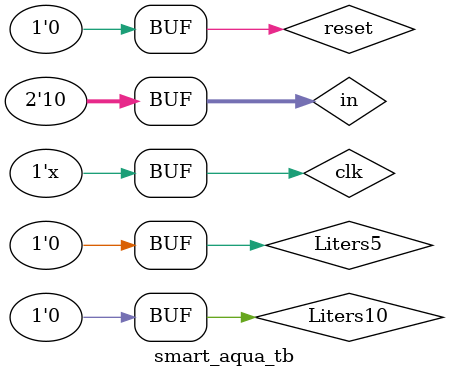
<source format=v>
`timescale 1ns / 1ps

module smart_aqua_tb();

    reg clk;
    reg reset;
    reg Liters5;
    reg Liters10;
    reg [1:0] in;
    wire out1;
    wire out2;
    wire [3:0] change;
    wire [2:0] Digit0;
    wire [2:0] Digit1;
    
    // Instantiate the smart_aqua module
    smart_aqua uut (
        .clk(clk),
        .reset(reset),
        .Liters5(Liters5),
        .Liters10(Liters10),
        .in(in),
        .out1(out1),
        .out2(out2),
        .change(change),
        .Digit0(Digit0),
        .Digit1(Digit1)
    );
    
    initial begin
        // Initialize signals
        clk = 0;
        reset = 1;
        Liters5 = 0;
        Liters10 = 0;
        in = 2'b00;
        
        // Apply reset
        #5 reset = 0;
        
        // Test 5 Liters with 15 Rs
        Liters5 = 1;
        #10 in = 2'b01; // 5 Rs
        #10 in = 2'b10; // 10 Rs
        #10 Liters5 = 0;
        
        // Test 10 Liters with 30 Rs
        Liters10 = 1;
        #10 in = 2'b10; // 10 Rs
        #10 in = 2'b10; // 10 Rs
        #10 in = 2'b10; // 10 Rs
        #10 Liters10 = 0;
        
        // Add more tests as needed
    end
    
    // Clock generation
    always #5 clk = ~clk;
    
endmodule

</source>
